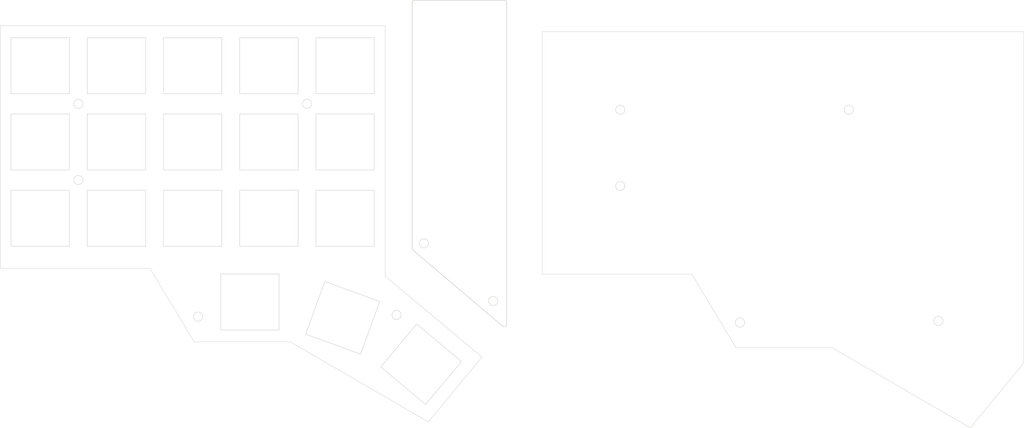
<source format=kicad_pcb>
(kicad_pcb (version 20221018) (generator pcbnew)
  (layers (0 "F.Cu" signal) (31 "B.Cu" signal) (34 "B.Paste" user) (35 "F.Paste" user) (36 "B.SilkS" user "B.Silkscreen") (37 "F.SilkS" user "F.Silkscreen") (38 "B.Mask" user) (39 "F.Mask" user) (44 "Edge.Cuts" user))
  (net 0 "")
  (footprint "footprint_goropikari:bto_sw_hole_edge_cuts" (layer "F.Cu") (at 82.776875 35.178125)
    (fp_text reference "REF**" hide)
    (fp_text value "bto_sw_hole_edge_cuts")
    (fp_rect (start -7.3 -7) (end 7.3 7) (stroke (width 0.12)) (fill none) (layer "Edge.Cuts"))
  )
  (footprint "footprint_goropikari:bto_sw_hole_edge_cuts" (layer "F.Cu") (at 44.676875 73.278125)
    (fp_text reference "REF**" hide)
    (fp_text value "bto_sw_hole_edge_cuts")
    (fp_rect (start -7.3 -7) (end 7.3 7) (stroke (width 0.12)) (fill none) (layer "Edge.Cuts"))
  )
  (footprint "footprint_goropikari:bto_sw_hole_edge_cuts" (layer "F.Cu") (at 44.676875 35.178125)
    (fp_text reference "REF**" hide)
    (fp_text value "bto_sw_hole_edge_cuts")
    (fp_rect (start -7.3 -7) (end 7.3 7) (stroke (width 0.12)) (fill none) (layer "Edge.Cuts"))
  )
  (footprint "footprint_goropikari:bto_sw_hole_edge_cuts" (layer "F.Cu") (at 25.626875 35.178125)
    (fp_text reference "REF**" hide)
    (fp_text value "bto_sw_hole_edge_cuts")
    (fp_rect (start -7.3 -7) (end 7.3 7) (stroke (width 0.12)) (fill none) (layer "Edge.Cuts"))
  )
  (footprint "footprint_goropikari:bto_sw_hole_edge_cuts" (layer "F.Cu") (at 78.014425 94.221075)
    (fp_text reference "REF**" hide)
    (fp_text value "bto_sw_hole_edge_cuts")
    (fp_rect (start -7.3 -7) (end 7.3 7) (stroke (width 0.12)) (fill none) (layer "Edge.Cuts"))
  )
  (footprint "footprint_goropikari:thread_m2_edge_cuts" (layer "F.Cu") (at 65.078525 97.868125)
    (fp_text reference "Ref**" hide)
    (fp_text value "Val**" hide)
    (fp_circle (center 0 0) (end 1.15 0) (stroke (width 0.12)) (fill none) (layer "Edge.Cuts"))
  )
  (footprint "footprint_goropikari:thread_m2_edge_cuts" (layer "F.Cu") (at 227.729425 46.166075)
    (fp_text reference "Ref**" hide)
    (fp_text value "Val**" hide)
    (fp_circle (center 0 0) (end 1.15 0) (stroke (width 0.12)) (fill none) (layer "Edge.Cuts"))
  )
  (footprint "footprint_goropikari:thread_m2_edge_cuts" (layer "F.Cu") (at 200.504425 99.341075)
    (fp_text reference "Ref**" hide)
    (fp_text value "Val**" hide)
    (fp_circle (center 0 0) (end 1.15 0) (stroke (width 0.12)) (fill none) (layer "Edge.Cuts"))
  )
  (footprint "footprint_goropikari:bto_sw_hole_edge_cuts" (layer "F.Cu") (at 63.726875 54.228125)
    (fp_text reference "REF**" hide)
    (fp_text value "bto_sw_hole_edge_cuts")
    (fp_rect (start -7.3 -7) (end 7.3 7) (stroke (width 0.12)) (fill none) (layer "Edge.Cuts"))
  )
  (footprint "footprint_goropikari:thread_m2_edge_cuts" (layer "F.Cu") (at 121.523775 79.559375)
    (fp_text reference "Ref**" hide)
    (fp_text value "Val**" hide)
    (fp_circle (center 0 0) (end 1.15 0) (stroke (width 0.12)) (fill none) (layer "Edge.Cuts"))
  )
  (footprint "footprint_goropikari:bto_sw_hole_edge_cuts" (layer "F.Cu") (at 63.726875 35.178125)
    (fp_text reference "REF**" hide)
    (fp_text value "bto_sw_hole_edge_cuts")
    (fp_rect (start -7.3 -7) (end 7.3 7) (stroke (width 0.12)) (fill none) (layer "Edge.Cuts"))
  )
  (footprint "footprint_goropikari:bto_sw_hole_edge_cuts" (layer "F.Cu") (at 101.826875 35.178125)
    (fp_text reference "REF**" hide)
    (fp_text value "bto_sw_hole_edge_cuts")
    (fp_rect (start -7.3 -7) (end 7.3 7) (stroke (width 0.12)) (fill none) (layer "Edge.Cuts"))
  )
  (footprint "footprint_goropikari:bto_sw_hole_edge_cuts" (layer "F.Cu") (at 44.676875 54.228125)
    (fp_text reference "REF**" hide)
    (fp_text value "bto_sw_hole_edge_cuts")
    (fp_rect (start -7.3 -7) (end 7.3 7) (stroke (width 0.12)) (fill none) (layer "Edge.Cuts"))
  )
  (footprint "footprint_goropikari:thread_m2_edge_cuts" (layer "F.Cu") (at 114.678525 97.468125)
    (fp_text reference "Ref**" hide)
    (fp_text value "Val**" hide)
    (fp_circle (center 0 0) (end 1.15 0) (stroke (width 0.12)) (fill none) (layer "Edge.Cuts"))
  )
  (footprint "footprint_goropikari:thread_m2_edge_cuts" (layer "F.Cu") (at 170.579425 65.216075)
    (fp_text reference "Ref**" hide)
    (fp_text value "Val**" hide)
    (fp_circle (center 0 0) (end 1.15 0) (stroke (width 0.12)) (fill none) (layer "Edge.Cuts"))
  )
  (footprint "footprint_goropikari:thread_m2_edge_cuts" (layer "F.Cu") (at 170.579425 46.166075)
    (fp_text reference "Ref**" hide)
    (fp_text value "Val**" hide)
    (fp_circle (center 0 0) (end 1.15 0) (stroke (width 0.12)) (fill none) (layer "Edge.Cuts"))
  )
  (footprint "footprint_goropikari:thread_m2_edge_cuts" (layer "F.Cu") (at 250.104425 98.941075)
    (fp_text reference "Ref**" hide)
    (fp_text value "Val**" hide)
    (fp_circle (center 0 0) (end 1.15 0) (stroke (width 0.12)) (fill none) (layer "Edge.Cuts"))
  )
  (footprint "footprint_goropikari:thread_m2_edge_cuts" (layer "F.Cu") (at 35.153525 63.743125)
    (fp_text reference "Ref**" hide)
    (fp_text value "Val**" hide)
    (fp_circle (center 0 0) (end 1.15 0) (stroke (width 0.12)) (fill none) (layer "Edge.Cuts"))
  )
  (footprint "footprint_goropikari:bto_sw_hole_edge_cuts" (layer "F.Cu") (at 63.726875 73.278125)
    (fp_text reference "REF**" hide)
    (fp_text value "bto_sw_hole_edge_cuts")
    (fp_rect (start -7.3 -7) (end 7.3 7) (stroke (width 0.12)) (fill none) (layer "Edge.Cuts"))
  )
  (footprint "footprint_goropikari:thread_m2_edge_cuts" (layer "F.Cu") (at 92.303525 44.693125)
    (fp_text reference "Ref**" hide)
    (fp_text value "Val**" hide)
    (fp_circle (center 0 0) (end 1.15 0) (stroke (width 0.12)) (fill none) (layer "Edge.Cuts"))
  )
  (footprint "footprint_goropikari:bto_sw_hole_edge_cuts" (layer "F.Cu") (at 25.626875 73.278125)
    (fp_text reference "REF**" hide)
    (fp_text value "bto_sw_hole_edge_cuts")
    (fp_rect (start -7.3 -7) (end 7.3 7) (stroke (width 0.12)) (fill none) (layer "Edge.Cuts"))
  )
  (footprint "footprint_goropikari:bto_sw_hole_edge_cuts" (layer "F.Cu") (at 25.626875 54.228125)
    (fp_text reference "REF**" hide)
    (fp_text value "bto_sw_hole_edge_cuts")
    (fp_rect (start -7.3 -7) (end 7.3 7) (stroke (width 0.12)) (fill none) (layer "Edge.Cuts"))
  )
  (footprint "footprint_goropikari:bto_sw_hole_edge_cuts" (layer "F.Cu") (at 101.826875 73.278125)
    (fp_text reference "REF**" hide)
    (fp_text value "bto_sw_hole_edge_cuts")
    (fp_rect (start -7.3 -7) (end 7.3 7) (stroke (width 0.12)) (fill none) (layer "Edge.Cuts"))
  )
  (footprint "footprint_goropikari:bto_sw_hole_edge_cuts" (layer "F.Cu") (at 101.826875 54.228125)
    (fp_text reference "REF**" hide)
    (fp_text value "bto_sw_hole_edge_cuts")
    (fp_rect (start -7.3 -7) (end 7.3 7) (stroke (width 0.12)) (fill none) (layer "Edge.Cuts"))
  )
  (footprint "footprint_goropikari:thread_m2_edge_cuts" (layer "F.Cu") (at 138.823775 93.959375)
    (fp_text reference "" hide)
    (fp_text value "Val**" hide)
    (fp_circle (center 0 0) (end 1.15 0) (stroke (width 0.12)) (fill none) (layer "Edge.Cuts"))
  )
  (footprint "footprint_goropikari:bto_sw_hole_edge_cuts" (layer "F.Cu") (at 82.776875 54.228125)
    (fp_text reference "REF**" hide)
    (fp_text value "bto_sw_hole_edge_cuts")
    (fp_rect (start -7.3 -7) (end 7.3 7) (stroke (width 0.12)) (fill none) (layer "Edge.Cuts"))
  )
  (footprint "footprint_goropikari:bto_sw_hole_edge_cuts" (layer "F.Cu") (at 82.776875 73.278125)
    (fp_text reference "REF**" hide)
    (fp_text value "bto_sw_hole_edge_cuts")
    (fp_rect (start -7.3 -7) (end 7.3 7) (stroke (width 0.12)) (fill none) (layer "Edge.Cuts"))
  )
  (footprint "footprint_goropikari:bto_sw_hole_edge_cuts" (layer "F.Cu") (at 101.214425 98.171075 -20)
    (fp_text reference "REF**" hide)
    (fp_text value "bto_sw_hole_edge_cuts")
    (fp_rect (start -7.3 -7) (end 7.3 7) (stroke (width 0.12)) (fill none) (layer "Edge.Cuts"))
  )
  (footprint "footprint_goropikari:thread_m2_edge_cuts" (layer "F.Cu") (at 35.153525 44.693125)
    (fp_text reference "Ref**" hide)
    (fp_text value "Val**" hide)
    (fp_circle (center 0 0) (end 1.15 0) (stroke (width 0.12)) (fill none) (layer "Edge.Cuts"))
  )
  (footprint "footprint_goropikari:bto_sw_hole_edge_cuts" (layer "F.Cu") (at 120.814425 109.771075 -40)
    (fp_text reference "REF**" hide)
    (fp_text value "bto_sw_hole_edge_cuts")
    (fp_rect (start -7.3 -7) (end 7.3 7) (stroke (width 0.12)) (fill none) (layer "Edge.Cuts"))
  )
  (gr_line (start 141.609476 18.821075) (end 119.174425 18.821075) (stroke (width 0.15)) (layer "Edge.Cuts"))
  (gr_line (start 88.126575 104.186075) (end 64.126575 104.186075) (stroke (width 0.1)) (layer "Edge.Cuts"))
  (gr_line (start 142.204425 57.478125) (end 142.204425 19.391075) (stroke (width 0.15)) (layer "Edge.Cuts"))
  (gr_line (start 151.052475 26.659025) (end 271.452125 26.659025) (stroke (width 0.1)) (layer "Edge.Cuts"))
  (gr_line (start 15.626575 25.186075) (end 111.826225 25.186075) (stroke (width 0.1)) (layer "Edge.Cuts"))
  (gr_arc (start 118.584425 19.391075) (mid 118.749489 18.971582) (end 119.174425 18.821075) (stroke (width 0.15)) (layer "Edge.Cuts"))
  (gr_line (start 136.026225 107.966425) (end 122.626575 124.186075) (stroke (width 0.1)) (layer "Edge.Cuts"))
  (gr_line (start 122.626575 124.186075) (end 88.126575 104.186075) (stroke (width 0.1)) (layer "Edge.Cuts"))
  (gr_line (start 271.452125 109.439375) (end 258.052475 125.659025) (stroke (width 0.1)) (layer "Edge.Cuts"))
  (gr_line (start 188.452125 87.239375) (end 151.052475 87.239375) (stroke (width 0.1)) (layer "Edge.Cuts"))
  (gr_arc (start 118.974425 81.421075) (mid 118.72196 81.092202) (end 118.584425 80.701075) (stroke (width 0.15)) (layer "Edge.Cuts"))
  (gr_line (start 258.052475 125.659025) (end 223.552475 105.659025) (stroke (width 0.1)) (layer "Edge.Cuts"))
  (gr_line (start 199.552475 105.659025) (end 188.452125 87.239375) (stroke (width 0.1)) (layer "Edge.Cuts"))
  (gr_arc (start 142.204425 99.771075) (mid 141.857746 100.356077) (end 141.184425 100.261075) (stroke (width 0.15)) (layer "Edge.Cuts"))
  (gr_line (start 118.584425 19.391075) (end 118.584425 80.701075) (stroke (width 0.15)) (layer "Edge.Cuts"))
  (gr_line (start 136.026225 107.966425) (end 111.826225 87.766425) (stroke (width 0.1)) (layer "Edge.Cuts"))
  (gr_line (start 142.204425 99.771075) (end 142.204425 57.478125) (stroke (width 0.15)) (layer "Edge.Cuts"))
  (gr_line (start 15.626575 85.766425) (end 15.626575 25.186075) (stroke (width 0.1)) (layer "Edge.Cuts"))
  (gr_line (start 118.974425 81.421075) (end 141.184425 100.261075) (stroke (width 0.15)) (layer "Edge.Cuts"))
  (gr_line (start 64.126575 104.186075) (end 53.026225 85.766425) (stroke (width 0.1)) (layer "Edge.Cuts"))
  (gr_line (start 111.826225 25.186075) (end 111.826225 87.766425) (stroke (width 0.1)) (layer "Edge.Cuts"))
  (gr_line (start 151.052475 87.239375) (end 151.052475 26.659025) (stroke (width 0.1)) (layer "Edge.Cuts"))
  (gr_line (start 271.452125 26.659025) (end 271.452125 109.439375) (stroke (width 0.1)) (layer "Edge.Cuts"))
  (gr_line (start 223.552475 105.659025) (end 199.552475 105.659025) (stroke (width 0.1)) (layer "Edge.Cuts"))
  (gr_line (start 53.026225 85.766425) (end 15.626575 85.766425) (stroke (width 0.1)) (layer "Edge.Cuts"))
  (gr_arc (start 141.609476 18.821075) (mid 142.036115 18.971257) (end 142.204425 19.391075) (stroke (width 0.15)) (layer "Edge.Cuts"))
)
</source>
